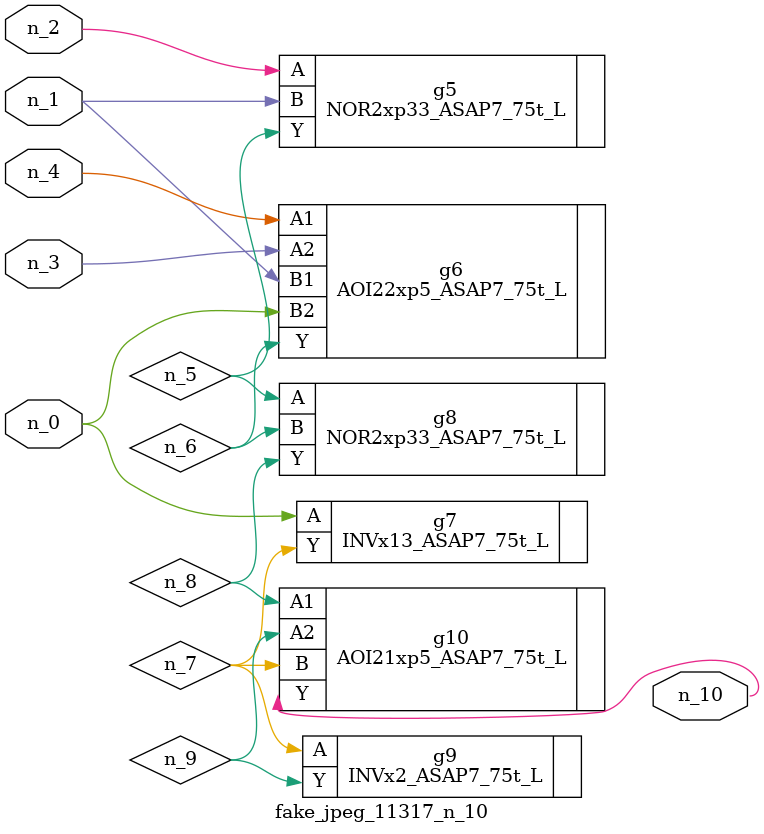
<source format=v>
module fake_jpeg_11317_n_10 (n_3, n_2, n_1, n_0, n_4, n_10);

input n_3;
input n_2;
input n_1;
input n_0;
input n_4;

output n_10;

wire n_8;
wire n_9;
wire n_6;
wire n_5;
wire n_7;

NOR2xp33_ASAP7_75t_L g5 ( 
.A(n_2),
.B(n_1),
.Y(n_5)
);

AOI22xp5_ASAP7_75t_L g6 ( 
.A1(n_4),
.A2(n_3),
.B1(n_1),
.B2(n_0),
.Y(n_6)
);

INVx13_ASAP7_75t_L g7 ( 
.A(n_0),
.Y(n_7)
);

NOR2xp33_ASAP7_75t_L g8 ( 
.A(n_5),
.B(n_6),
.Y(n_8)
);

AOI21xp5_ASAP7_75t_L g10 ( 
.A1(n_8),
.A2(n_9),
.B(n_7),
.Y(n_10)
);

INVx2_ASAP7_75t_L g9 ( 
.A(n_7),
.Y(n_9)
);


endmodule
</source>
